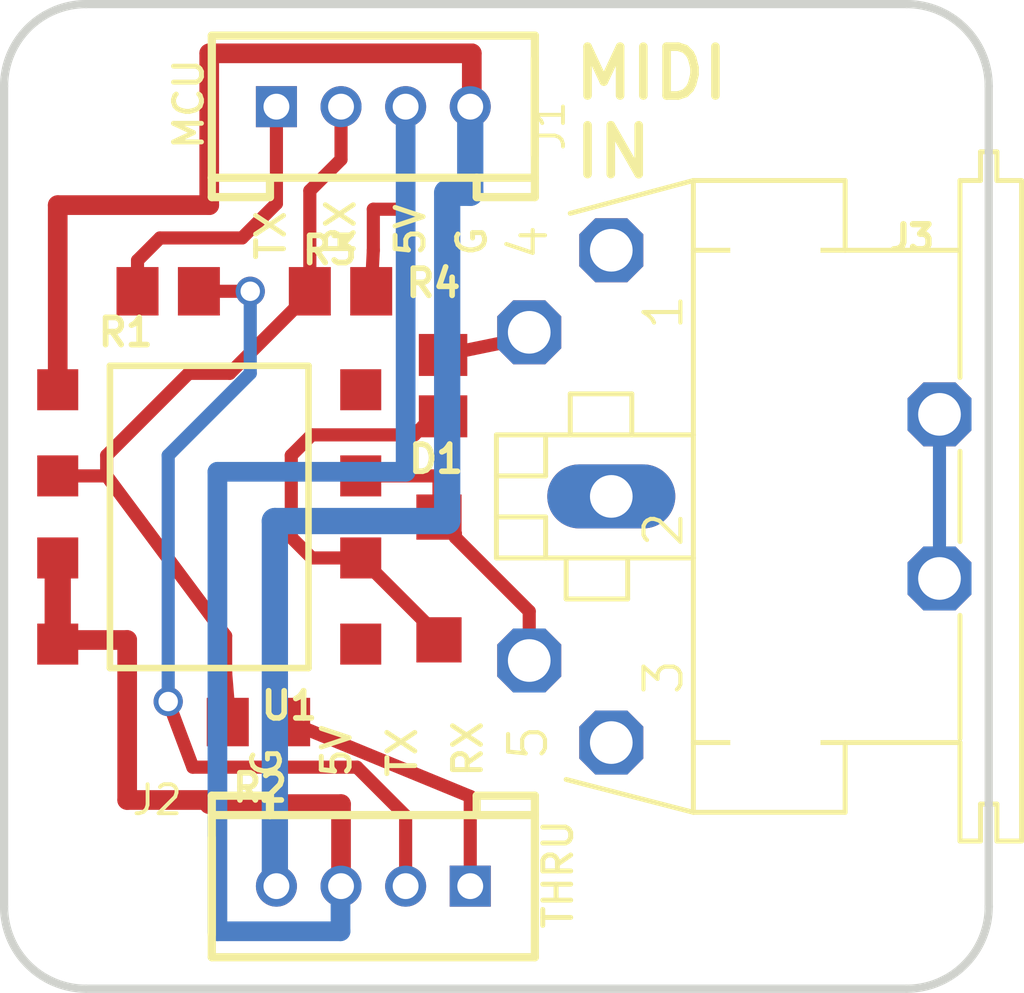
<source format=kicad_pcb>
(kicad_pcb (version 20211014) (generator pcbnew)
  (layers (0 "F.Cu" signal) (31 "B.Cu" signal) (34 "B.Paste" user) (35 "F.Paste" user) (36 "B.SilkS" user "B.Silkscreen") (37 "F.SilkS" user "F.Silkscreen") (38 "B.Mask" user) (39 "F.Mask" user) (44 "Edge.Cuts" user))
  (net 0 "")
  (net 1 "GND")
  (net 2 "+5V")
  (net 3 "N$3")
  (net 4 "RX")
  (net 5 "TX")
  (net 6 "N$5")
  (net 7 "N$13")
  (net 8 "N$4")
  (net 9 "N$7")
  (net 10 "PE")
  (footprint "" (layer "F.Cu") (at 135.8011 92.3036)
    (fp_text reference "@HOLE3" hide)
    (fp_text value "" (at 0 0) (layer "F.SilkS") (effects (font (size 1.27 1.27))))
    (pad "" np_thru_hole circle (at 0 0) (size 3.2 3.2) (drill 3.2) (layers *.Cu *.Mask))
  )
  (footprint "weaver_midiin:SO8-GW300" (layer "F.Cu") (at 139.6111 105.6386 180)
    (fp_text reference "U1" (at -1.524 -5.842) (layer "F.SilkS") (effects (font (size 0.84074 0.84074) (thickness 0.17526)) (justify left)))
    (fp_text value "6N137S")
    (fp_line (start -3.0734 -4.6784) (end -3.0734 4.6784) (layer "F.SilkS") (width 0.2032))
    (fp_line (start 3.0734 -4.6784) (end -3.0734 -4.6784) (layer "F.SilkS") (width 0.2032))
    (fp_line (start -3.0734 4.6784) (end 3.0734 4.6784) (layer "F.SilkS") (width 0.2032))
    (fp_line (start 3.0734 4.6784) (end 3.0734 -4.6784) (layer "F.SilkS") (width 0.2032))
    (pad "1" smd rect (at -4.69 -3.937 180) (size 1.27 1.27) (layers "F.Cu" "F.Paste" "F.Mask"))
    (pad "2" smd rect (at -4.69 -1.27 180) (size 1.27 1.27) (layers "F.Cu" "F.Paste" "F.Mask") (net 3 "N$3"))
    (pad "3" smd rect (at -4.69 1.27 180) (size 1.27 1.27) (layers "F.Cu" "F.Paste" "F.Mask") (net 9 "N$7"))
    (pad "4" smd rect (at -4.69 3.937 180) (size 1.27 1.27) (layers "F.Cu" "F.Paste" "F.Mask"))
    (pad "5" smd rect (at 4.69 3.937 180) (size 1.27 1.27) (layers "F.Cu" "F.Paste" "F.Mask") (net 1 "GND"))
    (pad "6" smd rect (at 4.69 1.27 180) (size 1.27 1.27) (layers "F.Cu" "F.Paste" "F.Mask") (net 5 "TX"))
    (pad "7" smd rect (at 4.69 -1.27 180) (size 1.27 1.27) (layers "F.Cu" "F.Paste" "F.Mask") (net 2 "+5V"))
    (pad "8" smd rect (at 4.69 -3.937 180) (size 1.27 1.27) (layers "F.Cu" "F.Paste" "F.Mask") (net 2 "+5V"))
  )
  (footprint "weaver_midiin:R0805" (layer "F.Cu") (at 141.1351 111.9886)
    (fp_text reference "R2" (at -0.889 2.032) (layer "F.SilkS") (effects (font (size 0.84074 0.84074) (thickness 0.17526)) (justify left)))
    (fp_text value "220R")
    (pad "1" smd rect (at -0.95 0) (size 1.3 1.5) (layers "F.Cu" "F.Paste" "F.Mask") (net 5 "TX"))
    (pad "2" smd rect (at 0.95 0) (size 1.3 1.5) (layers "F.Cu" "F.Paste" "F.Mask") (net 7 "N$13"))
  )
  (footprint "" (layer "F.Cu") (at 135.8011 117.7036)
    (fp_text reference "@HOLE0" hide)
    (fp_text value "" (at 0 0) (layer "F.SilkS") (effects (font (size 1.27 1.27))))
    (pad "" np_thru_hole circle (at 0 0) (size 3.2 3.2) (drill 3.2) (layers *.Cu *.Mask))
  )
  (footprint "weaver_midiin:HW4-2.0" (layer "F.Cu") (at 144.6911 117.0686 180)
    (fp_text reference "J2" (at 5.842 2.667) (layer "F.SilkS") (effects (font (size 0.897318 0.897318) (thickness 0.118682)) (justify right)))
    (fp_text value "4P-2.0")
    (fp_line (start -3.2 2.8) (end -3.2 2.2) (layer "F.SilkS") (width 0.254))
    (fp_line (start -5 -2.2) (end 5 -2.2) (layer "F.SilkS") (width 0.254))
    (fp_line (start 3.2 2.2) (end 5 2.2) (layer "F.SilkS") (width 0.254))
    (fp_line (start 5 2.2) (end 5 -2.2) (layer "F.SilkS") (width 0.254))
    (fp_line (start -5 2.8) (end -3.2 2.8) (layer "F.SilkS") (width 0.254))
    (fp_line (start 5 -1.5) (end 5 1.5) (layer "F.SilkS") (width 0.254))
    (fp_line (start -3.2 2.2) (end 3.2 2.2) (layer "F.SilkS") (width 0.254))
    (fp_line (start -5 -1) (end -5 1) (layer "F.SilkS") (width 0.127))
    (fp_line (start -5 2.2) (end -5 2.8) (layer "F.SilkS") (width 0.254))
    (fp_line (start 3.2 2.8) (end 5 2.8) (layer "F.SilkS") (width 0.254))
    (fp_line (start -5 -2.2) (end -5 2.2) (layer "F.SilkS") (width 0.254))
    (fp_line (start -5 2.2) (end -3.2 2.2) (layer "F.SilkS") (width 0.254))
    (fp_line (start 3.2 2.2) (end 3.2 2.8) (layer "F.SilkS") (width 0.254))
    (fp_line (start 5 2.8) (end 5 2.2) (layer "F.SilkS") (width 0.254))
    (pad "1" thru_hole rect (at -3 0 180) (size 1.27 1.27) (drill 0.8) (layers *.Cu *.Mask) (net 7 "N$13"))
    (pad "2" thru_hole circle (at -1 0 180) (size 1.27 1.27) (drill 0.8) (layers *.Cu *.Mask) (net 6 "N$5"))
    (pad "3" thru_hole circle (at 1 0 180) (size 1.27 1.27) (drill 0.8) (layers *.Cu *.Mask) (net 2 "+5V"))
    (pad "4" thru_hole circle (at 3 0 180) (size 1.27 1.27) (drill 0.8) (layers *.Cu *.Mask) (net 1 "GND"))
  )
  (footprint "weaver_midiin:R0805" (layer "F.Cu") (at 146.8501 101.5746 90)
    (fp_text reference "R4" (at 3.175 0.635) (layer "F.SilkS") (effects (font (size 0.84074 0.84074) (thickness 0.17526)) (justify right)))
    (fp_text value "220R")
    (pad "1" smd rect (at -0.95 0 90) (size 1.3 1.5) (layers "F.Cu" "F.Paste" "F.Mask") (net 3 "N$3"))
    (pad "2" smd rect (at 0.95 0 90) (size 1.3 1.5) (layers "F.Cu" "F.Paste" "F.Mask") (net 8 "N$4"))
  )
  (footprint "weaver_midiin:MAB5SH" (layer "F.Cu") (at 157.1371 105.0036 90)
    (fp_text reference "J3" (at 8.001 3.429) (layer "F.SilkS") (effects (font (size 0.77597 0.77597) (thickness 0.24003)) (justify left)))
    (fp_text value "MAB5SH")
    (fp_text user "2" (at -1.651 -2.794 90) (layer "F.SilkS") (effects (font (size 1.143 1.143) (thickness 0.127)) (justify left bottom)))
    (fp_text user "3" (at -6.223 -2.794 90) (layer "F.SilkS") (effects (font (size 1.143 1.143) (thickness 0.127)) (justify left bottom)))
    (fp_text user "5" (at -8.255 -6.985 90) (layer "F.SilkS") (effects (font (size 1.143 1.143) (thickness 0.127)) (justify left bottom)))
    (fp_text user "1" (at 5.08 -2.794 90) (layer "F.SilkS") (effects (font (size 1.143 1.143) (thickness 0.127)) (justify left bottom)))
    (fp_text user "4" (at 7.239 -6.985 90) (layer "F.SilkS") (effects (font (size 1.143 1.143) (thickness 0.127)) (justify left bottom)))
    (fp_line (start -1.905 -8.636) (end -1.905 -7.112) (layer "F.SilkS") (width 0.1524))
    (fp_line (start -1.905 -6.477) (end -1.905 -4.572) (layer "F.SilkS") (width 0.1524))
    (fp_line (start -0.635 -8.636) (end -0.635 -7.112) (layer "F.SilkS") (width 0.1524))
    (fp_line (start 10.668 6.858) (end 9.779 6.858) (layer "F.SilkS") (width 0.1524))
    (fp_line (start -9.525 6.858) (end -9.525 6.35) (layer "F.SilkS") (width 0.1524))
    (fp_line (start 1.905 -7.112) (end 0.635 -7.112) (layer "F.SilkS") (width 0.1524))
    (fp_line (start -7.62 5.715) (end -10.668 5.715) (layer "F.SilkS") (width 0.1524))
    (fp_line (start 3.175 -6.35) (end 3.175 -4.445) (layer "F.SilkS") (width 0.1524))
    (fp_line (start 9.779 -2.54) (end 7.62 -2.54) (layer "F.SilkS") (width 0.1524))
    (fp_line (start 8.763 -6.35) (end 9.779 -2.54) (layer "F.SilkS") (width 0.1524))
    (fp_line (start 0.635 -8.636) (end -0.635 -8.636) (layer "F.SilkS") (width 0.1524))
    (fp_line (start 9.779 5.715) (end 7.62 5.715) (layer "F.SilkS") (width 0.1524))
    (fp_line (start -7.62 2.159) (end -7.62 1.397) (layer "F.SilkS") (width 0.1524))
    (fp_line (start 7.62 -2.54) (end 1.905 -2.54) (layer "F.SilkS") (width 0.1524))
    (fp_line (start -1.905 -2.54) (end -7.62 -2.54) (layer "F.SilkS") (width 0.1524))
    (fp_line (start -10.668 7.62) (end 9.779 7.62) (layer "F.SilkS") (width 0.1524))
    (fp_line (start -1.905 -6.477) (end -3.175 -6.477) (layer "F.SilkS") (width 0.1524))
    (fp_line (start -1.905 -4.572) (end -3.175 -4.572) (layer "F.SilkS") (width 0.1524))
    (fp_line (start -1.397 5.715) (end 1.397 5.715) (layer "F.SilkS") (width 0.1524))
    (fp_line (start 1.905 -8.636) (end 0.635 -8.636) (layer "F.SilkS") (width 0.1524))
    (fp_line (start 9.779 7.62) (end 9.779 6.858) (layer "F.SilkS") (width 0.1524))
    (fp_line (start -1.905 -4.572) (end -1.905 -2.54) (layer "F.SilkS") (width 0.1524))
    (fp_line (start 1.905 -7.112) (end 1.905 -6.35) (layer "F.SilkS") (width 0.1524))
    (fp_line (start -8.763 -6.477) (end -9.779 -2.54) (layer "F.SilkS") (width 0.1524))
    (fp_line (start 9.779 5.715) (end 9.779 6.35) (layer "F.SilkS") (width 0.1524))
    (fp_line (start -10.668 6.35) (end -9.525 6.35) (layer "F.SilkS") (width 0.1524))
    (fp_line (start 1.905 -2.54) (end -1.905 -2.54) (layer "F.SilkS") (width 0.1524))
    (fp_line (start 0.635 -8.636) (end 0.635 -7.112) (layer "F.SilkS") (width 0.1524))
    (fp_line (start 9.779 2.159) (end 7.62 2.159) (layer "F.SilkS") (width 0.1524))
    (fp_line (start 10.668 6.858) (end 10.668 6.35) (layer "F.SilkS") (width 0.1524))
    (fp_line (start 3.175 -6.35) (end 1.905 -6.35) (layer "F.SilkS") (width 0.1524))
    (fp_line (start 1.905 -6.35) (end 1.905 -4.445) (layer "F.SilkS") (width 0.1524))
    (fp_line (start 7.62 -2.54) (end 7.62 -1.397) (layer "F.SilkS") (width 0.1524))
    (fp_line (start 7.62 5.715) (end 7.62 2.159) (layer "F.SilkS") (width 0.1524))
    (fp_line (start -1.905 -7.112) (end -1.905 -6.477) (layer "F.SilkS") (width 0.1524))
    (fp_line (start 1.905 -4.445) (end 3.175 -4.445) (layer "F.SilkS") (width 0.1524))
    (fp_line (start -7.62 -2.54) (end -9.779 -2.54) (layer "F.SilkS") (width 0.1524))
    (fp_line (start 7.62 2.159) (end 7.62 1.397) (layer "F.SilkS") (width 0.1524))
    (fp_line (start 10.668 6.35) (end 9.779 6.35) (layer "F.SilkS") (width 0.1524))
    (fp_line (start 1.905 -8.636) (end 1.905 -7.112) (layer "F.SilkS") (width 0.1524))
    (fp_line (start -1.905 -7.112) (end -0.635 -7.112) (layer "F.SilkS") (width 0.1524))
    (fp_line (start -9.779 2.159) (end -7.62 2.159) (layer "F.SilkS") (width 0.1524))
    (fp_line (start -0.635 -8.636) (end -1.905 -8.636) (layer "F.SilkS") (width 0.1524))
    (fp_line (start -10.668 6.35) (end -10.668 5.715) (layer "F.SilkS") (width 0.1524))
    (fp_line (start -7.493 5.715) (end -3.683 5.715) (layer "F.SilkS") (width 0.1524))
    (fp_line (start -9.525 6.858) (end -10.668 6.858) (layer "F.SilkS") (width 0.1524))
    (fp_line (start 1.905 -4.445) (end 1.905 -2.54) (layer "F.SilkS") (width 0.1524))
    (fp_line (start 9.779 2.159) (end 9.779 -2.54) (layer "F.SilkS") (width 0.1524))
    (fp_line (start -9.779 2.159) (end -9.779 -2.54) (layer "F.SilkS") (width 0.1524))
    (fp_line (start -3.175 -6.477) (end -3.175 -4.572) (layer "F.SilkS") (width 0.1524))
    (fp_line (start -10.668 7.62) (end -10.668 6.858) (layer "F.SilkS") (width 0.1524))
    (fp_line (start -7.62 5.715) (end -7.62 2.159) (layer "F.SilkS") (width 0.1524))
    (fp_line (start -7.62 -2.54) (end -7.62 -1.397) (layer "F.SilkS") (width 0.1524))
    (fp_line (start 3.683 5.715) (end 7.62 5.715) (layer "F.SilkS") (width 0.1524))
    (pad "" np_thru_hole circle (at 7.62 0 90) (size 2.794 2.794) (drill 2.794) (layers *.Cu *.Mask))
    (pad "" np_thru_hole circle (at -7.62 0 90) (size 2.794 2.794) (drill 2.794) (layers *.Cu *.Mask))
    (pad "1" thru_hole roundrect (at 7.62 -5.08 90) (size 1.9812 1.9812) (drill 1.3208) (layers *.Cu *.Mask) (chamfer_ratio 0.25) (chamfer top_left top_right bottom_left bottom_right))
    (pad "2" thru_hole oval (at 0 -5.08 180) (size 3.9624 1.9812) (drill 1.3208) (layers *.Cu *.Mask))
    (pad "3" thru_hole roundrect (at -7.62 -5.08 90) (size 1.9812 1.9812) (drill 1.3208) (layers *.Cu *.Mask) (chamfer_ratio 0.25) (chamfer top_left top_right bottom_left bottom_right))
    (pad "4" thru_hole roundrect (at 5.08 -7.62 90) (size 1.9812 1.9812) (drill 1.3208) (layers *.Cu *.Mask) (chamfer_ratio 0.25) (chamfer top_left top_right bottom_left bottom_right) (net 8 "N$4"))
    (pad "5" thru_hole roundrect (at -5.08 -7.62 90) (size 1.9812 1.9812) (drill 1.3208) (layers *.Cu *.Mask) (chamfer_ratio 0.25) (chamfer top_left top_right bottom_left bottom_right) (net 9 "N$7"))
    (pad "PE" thru_hole roundrect (at -2.54 5.08 90) (size 1.9812 1.9812) (drill 1.3208) (layers *.Cu *.Mask) (chamfer_ratio 0.25) (chamfer top_left top_right bottom_left bottom_right) (net 10 "PE"))
    (pad "PE@" thru_hole roundrect (at 2.54 5.08 90) (size 1.9812 1.9812) (drill 1.3208) (layers *.Cu *.Mask) (chamfer_ratio 0.25) (chamfer top_left top_right bottom_left bottom_right) (net 10 "PE"))
  )
  (footprint "weaver_midiin:SOD123" (layer "F.Cu") (at 146.7231 107.5436 90)
    (fp_text reference "D1" (at 3.699 0.846) (layer "F.SilkS") (effects (font (size 0.84074 0.84074) (thickness 0.17526)) (justify right)))
    (fp_text value "1N4148SOD-123")
    (pad "A" smd rect (at 1.9 0 90) (size 1.4 1.4) (layers "F.Cu" "F.Paste" "F.Mask") (net 9 "N$7"))
    (pad "C" smd rect (at -1.9 0 90) (size 1.4 1.4) (layers "F.Cu" "F.Paste" "F.Mask") (net 3 "N$3"))
  )
  (footprint "weaver_midiin:R0805" (layer "F.Cu") (at 138.3411 98.6536)
    (fp_text reference "R1" (at -0.381 1.27) (layer "F.SilkS") (effects (font (size 0.84074 0.84074) (thickness 0.17526)) (justify right)))
    (fp_text value "220R")
    (pad "1" smd rect (at -0.95 0) (size 1.3 1.5) (layers "F.Cu" "F.Paste" "F.Mask") (net 4 "RX"))
    (pad "2" smd rect (at 0.95 0) (size 1.3 1.5) (layers "F.Cu" "F.Paste" "F.Mask") (net 6 "N$5"))
  )
  (footprint "" (layer "F.Cu") (at 161.2011 117.7036)
    (fp_text reference "@HOLE1" hide)
    (fp_text value "" (at 0 0) (layer "F.SilkS") (effects (font (size 1.27 1.27))))
    (pad "" np_thru_hole circle (at 0 0) (size 3.2 3.2) (drill 3.2) (layers *.Cu *.Mask))
  )
  (footprint "weaver_midiin:R0805" (layer "F.Cu") (at 143.6751 98.6536)
    (fp_text reference "R3" (at -1.27 -1.27) (layer "F.SilkS") (effects (font (size 0.84074 0.84074) (thickness 0.17526)) (justify left)))
    (fp_text value "470R")
    (pad "1" smd rect (at -0.95 0) (size 1.3 1.5) (layers "F.Cu" "F.Paste" "F.Mask") (net 5 "TX"))
    (pad "2" smd rect (at 0.95 0) (size 1.3 1.5) (layers "F.Cu" "F.Paste" "F.Mask") (net 2 "+5V"))
  )
  (footprint "" (layer "F.Cu") (at 161.2011 92.3036)
    (fp_text reference "@HOLE2" hide)
    (fp_text value "" (at 0 0) (layer "F.SilkS") (effects (font (size 1.27 1.27))))
    (pad "" np_thru_hole circle (at 0 0) (size 3.2 3.2) (drill 3.2) (layers *.Cu *.Mask))
  )
  (footprint "weaver_midiin:HW4-2.0" (layer "F.Cu") (at 144.6911 92.9386)
    (fp_text reference "J1" (at 5.461 -0.254 90) (layer "F.SilkS") (effects (font (size 0.897318 0.897318) (thickness 0.118682)) (justify right)))
    (fp_text value "4P-2.0")
    (fp_line (start -5 2.8) (end -3.2 2.8) (layer "F.SilkS") (width 0.254))
    (fp_line (start -5 -2.2) (end 5 -2.2) (layer "F.SilkS") (width 0.254))
    (fp_line (start 5 -1.5) (end 5 1.5) (layer "F.SilkS") (width 0.254))
    (fp_line (start -3.2 2.2) (end 3.2 2.2) (layer "F.SilkS") (width 0.254))
    (fp_line (start -5 2.2) (end -5 2.8) (layer "F.SilkS") (width 0.254))
    (fp_line (start 3.2 2.2) (end 3.2 2.8) (layer "F.SilkS") (width 0.254))
    (fp_line (start -5 2.2) (end -3.2 2.2) (layer "F.SilkS") (width 0.254))
    (fp_line (start 3.2 2.2) (end 5 2.2) (layer "F.SilkS") (width 0.254))
    (fp_line (start 5 2.2) (end 5 -2.2) (layer "F.SilkS") (width 0.254))
    (fp_line (start 5 2.8) (end 5 2.2) (layer "F.SilkS") (width 0.254))
    (fp_line (start -5 -2.2) (end -5 2.2) (layer "F.SilkS") (width 0.254))
    (fp_line (start -5 -1) (end -5 1) (layer "F.SilkS") (width 0.127))
    (fp_line (start 3.2 2.8) (end 5 2.8) (layer "F.SilkS") (width 0.254))
    (fp_line (start -3.2 2.8) (end -3.2 2.2) (layer "F.SilkS") (width 0.254))
    (pad "1" thru_hole rect (at -3 0) (size 1.27 1.27) (drill 0.8) (layers *.Cu *.Mask) (net 4 "RX"))
    (pad "2" thru_hole circle (at -1 0) (size 1.27 1.27) (drill 0.8) (layers *.Cu *.Mask) (net 5 "TX"))
    (pad "3" thru_hole circle (at 1 0) (size 1.27 1.27) (drill 0.8) (layers *.Cu *.Mask) (net 2 "+5V"))
    (pad "4" thru_hole circle (at 3 0) (size 1.27 1.27) (drill 0.8) (layers *.Cu *.Mask) (net 1 "GND"))
  )
  (gr_line (start 133.2611 117.7036) (end 133.2611 92.3036) (layer "Edge.Cuts") (width 0.254))
  (gr_arc (start 163.7411 117.7036) (mid 162.997151 119.499651) (end 161.2011 120.2436) (layer "Edge.Cuts") (width 0.254))
  (gr_line (start 135.8011 89.7636) (end 161.2011 89.7636) (layer "Edge.Cuts") (width 0.254))
  (gr_line (start 163.7411 117.7036) (end 163.7411 92.3036) (layer "Edge.Cuts") (width 0.254))
  (gr_arc (start 135.8011 120.2436) (mid 134.005049 119.499651) (end 133.2611 117.7036) (layer "Edge.Cuts") (width 0.254))
  (gr_arc (start 161.2011 89.7636) (mid 162.997151 90.507549) (end 163.7411 92.3036) (layer "Edge.Cuts") (width 0.254))
  (gr_line (start 135.8011 120.2436) (end 161.2011 120.2436) (layer "Edge.Cuts") (width 0.254))
  (gr_arc (start 133.2611 92.3036) (mid 134.005049 90.507549) (end 135.8011 89.7636) (layer "Edge.Cuts") (width 0.254))
  (gr_text "5V" (at 146.3421 97.6376 90) (layer "F.SilkS") (effects (font (size 0.8636 0.8636) (thickness 0.1524)) (justify left bottom)))
  (gr_text "5V" (at 144.0561 113.7666 90) (layer "F.SilkS") (effects (font (size 0.8636 0.8636) (thickness 0.1524)) (justify left bottom)))
  (gr_text "MIDI\nIN" (at 150.7871 95.2246) (layer "F.SilkS") (effects (font (size 1.5113 1.5113) (thickness 0.2667)) (justify left bottom)))
  (gr_text "TX" (at 146.0881 113.7666 90) (layer "F.SilkS") (effects (font (size 0.8636 0.8636) (thickness 0.1524)) (justify left bottom)))
  (gr_text "THRU" (at 150.9141 118.4656 90) (layer "F.SilkS") (effects (font (size 0.8636 0.8636) (thickness 0.1524)) (justify left bottom)))
  (gr_text "MCU" (at 139.4841 94.3356 90) (layer "F.SilkS") (effects (font (size 0.8636 0.8636) (thickness 0.1524)) (justify left bottom)))
  (gr_text "RX" (at 144.1831 97.6376 90) (layer "F.SilkS") (effects (font (size 0.8636 0.8636) (thickness 0.1524)) (justify left bottom)))
  (gr_text "TX" (at 142.0241 97.7646 90) (layer "F.SilkS") (effects (font (size 0.8636 0.8636) (thickness 0.1524)) (justify left bottom)))
  (gr_text "G" (at 148.2471 97.6376 90) (layer "F.SilkS") (effects (font (size 0.8636 0.8636) (thickness 0.1524)) (justify left bottom)))
  (gr_text "G" (at 141.8971 113.7666 90) (layer "F.SilkS") (effects (font (size 0.8636 0.8636) (thickness 0.1524)) (justify left bottom)))
  (gr_text "RX" (at 148.1201 113.7666 90) (layer "F.SilkS") (effects (font (size 0.8636 0.8636) (thickness 0.1524)) (justify left bottom)))
  (segment (start 134.9211 95.9866) (end 134.9211 101.7016) (width 0.6096) (layer "F.Cu") (net 1))
  (segment (start 147.7391 92.9386) (end 147.7391 91.2876) (width 0.6096) (layer "F.Cu") (net 1))
  (segment (start 147.6911 92.9386) (end 147.7391 92.9386) (width 0.6096) (layer "F.Cu") (net 1))
  (segment (start 139.6111 91.2876) (end 139.6111 95.9866) (width 0.6096) (layer "F.Cu") (net 1))
  (segment (start 147.7391 91.2876) (end 139.6111 91.2876) (width 0.6096) (layer "F.Cu") (net 1))
  (segment (start 139.6111 95.9866) (end 134.9211 95.9866) (width 0.6096) (layer "F.Cu") (net 1))
  (segment (start 147.6911 95.6056) (end 147.6911 92.9386) (width 0.8128) (layer "B.Cu") (net 1))
  (segment (start 146.9771 105.7656) (end 146.9771 95.6056) (width 0.8128) (layer "B.Cu") (net 1))
  (segment (start 141.6431 105.7656) (end 146.9771 105.7656) (width 0.8128) (layer "B.Cu") (net 1))
  (segment (start 141.6431 117.0686) (end 141.6431 105.7656) (width 0.8128) (layer "B.Cu") (net 1))
  (segment (start 146.9771 95.6056) (end 147.6911 95.6056) (width 0.8128) (layer "B.Cu") (net 1))
  (segment (start 141.6911 117.0686) (end 141.5161 117.0686) (width 0.4064) (layer "B.Cu") (net 1))
  (segment (start 141.5161 117.0686) (end 141.6431 117.0686) (width 0.8128) (layer "B.Cu") (net 1))
  (segment (start 145.6911 96.1136) (end 145.6911 92.9386) (width 0.4064) (layer "F.Cu") (net 2))
  (segment (start 135.1661 109.4486) (end 137.0711 109.4486) (width 0.6096) (layer "F.Cu") (net 2))
  (segment (start 144.6251 98.6536) (end 144.6911 97.3836) (width 0.4064) (layer "F.Cu") (net 2))
  (segment (start 144.6911 96.1136) (end 145.6911 96.1136) (width 0.4064) (layer "F.Cu") (net 2))
  (segment (start 139.6111 114.5286) (end 143.6911 114.5286) (width 0.6096) (layer "F.Cu") (net 2))
  (segment (start 139.6111 114.4016) (end 139.6111 114.5286) (width 0.6096) (layer "F.Cu") (net 2))
  (segment (start 134.9211 109.5756) (end 134.9211 106.9086) (width 0.8128) (layer "F.Cu") (net 2))
  (segment (start 137.0711 114.4016) (end 137.0711 109.4486) (width 0.6096) (layer "F.Cu") (net 2))
  (segment (start 143.6911 114.5286) (end 143.6911 117.0686) (width 0.6096) (layer "F.Cu") (net 2))
  (segment (start 134.9211 109.5756) (end 135.1661 109.5756) (width 0.6096) (layer "F.Cu") (net 2))
  (segment (start 139.6111 114.4016) (end 137.0711 114.4016) (width 0.6096) (layer "F.Cu") (net 2))
  (segment (start 135.1661 109.5756) (end 135.1661 109.4486) (width 0.6096) (layer "F.Cu") (net 2))
  (segment (start 144.6911 97.3836) (end 144.6911 96.1136) (width 0.4064) (layer "F.Cu") (net 2))
  (segment (start 134.9211 109.8296) (end 134.9211 109.5756) (width 0.6096) (layer "F.Cu") (net 2))
  (segment (start 139.8651 104.2416) (end 145.6911 104.2416) (width 0.6096) (layer "B.Cu") (net 2))
  (segment (start 143.6751 118.4656) (end 139.8651 118.4656) (width 0.6096) (layer "B.Cu") (net 2))
  (segment (start 139.8651 118.4656) (end 139.8651 104.2416) (width 0.6096) (layer "B.Cu") (net 2))
  (segment (start 145.6911 104.2416) (end 145.6911 92.9386) (width 0.6096) (layer "B.Cu") (net 2))
  (segment (start 143.6751 117.0686) (end 143.6751 118.4656) (width 0.6096) (layer "B.Cu") (net 2))
  (segment (start 143.6911 117.0686) (end 143.6751 117.0686) (width 0.6096) (layer "B.Cu") (net 2))
  (segment (start 142.7861 103.0986) (end 142.1511 103.7336) (width 0.4064) (layer "F.Cu") (net 3))
  (segment (start 146.8501 102.5246) (end 146.8501 102.2096) (width 0.4064) (layer "F.Cu") (net 3))
  (segment (start 146.7231 109.4436) (end 146.7231 109.3306) (width 0.4064) (layer "F.Cu") (net 3))
  (segment (start 146.8501 102.2096) (end 145.9611 103.0986) (width 0.4064) (layer "F.Cu") (net 3))
  (segment (start 142.1511 106.2736) (end 142.7861 106.9086) (width 0.4064) (layer "F.Cu") (net 3))
  (segment (start 146.7231 109.3306) (end 144.3011 106.9086) (width 0.4064) (layer "F.Cu") (net 3))
  (segment (start 142.7861 106.9086) (end 144.3011 106.9086) (width 0.4064) (layer "F.Cu") (net 3))
  (segment (start 145.9611 103.0986) (end 142.7861 103.0986) (width 0.4064) (layer "F.Cu") (net 3))
  (segment (start 142.1511 103.7336) (end 142.1511 106.2736) (width 0.4064) (layer "F.Cu") (net 3))
  (segment (start 138.0871 97.0026) (end 137.3911 97.6986) (width 0.4064) (layer "F.Cu") (net 4))
  (segment (start 141.6911 92.9386) (end 141.6911 95.9386) (width 0.4064) (layer "F.Cu") (net 4))
  (segment (start 141.6911 95.9386) (end 140.6271 97.0026) (width 0.4064) (layer "F.Cu") (net 4))
  (segment (start 137.3911 98.6536) (end 137.3911 97.6986) (width 0.4064) (layer "F.Cu") (net 4))
  (segment (start 140.6271 97.0026) (end 138.0871 97.0026) (width 0.4064) (layer "F.Cu") (net 4))
  (segment (start 140.1191 109.3216) (end 136.4361 104.3686) (width 0.4064) (layer "F.Cu") (net 5))
  (segment (start 142.7251 98.6536) (end 142.7251 98.7146) (width 0.4064) (layer "F.Cu") (net 5))
  (segment (start 140.1191 110.4646) (end 140.1191 109.3216) (width 0.4064) (layer "F.Cu") (net 5))
  (segment (start 136.4361 104.3686) (end 136.4361 103.7336) (width 0.4064) (layer "F.Cu") (net 5))
  (segment (start 143.6911 92.9386) (end 143.6911 94.5736) (width 0.4064) (layer "F.Cu") (net 5))
  (segment (start 140.2461 111.9886) (end 140.1191 110.4646) (width 0.4064) (layer "F.Cu") (net 5))
  (segment (start 140.2461 101.1936) (end 138.9761 101.1936) (width 0.4064) (layer "F.Cu") (net 5))
  (segment (start 142.7251 95.5396) (end 143.6911 94.5736) (width 0.4064) (layer "F.Cu") (net 5))
  (segment (start 142.7251 98.7146) (end 140.2461 101.1936) (width 0.4064) (layer "F.Cu") (net 5))
  (segment (start 138.9761 101.1936) (end 136.4361 103.7336) (width 0.4064) (layer "F.Cu") (net 5))
  (segment (start 134.9211 104.3686) (end 136.4361 104.3686) (width 0.4064) (layer "F.Cu") (net 5))
  (segment (start 140.1851 111.9886) (end 140.2461 111.9886) (width 0.4064) (layer "F.Cu") (net 5))
  (segment (start 142.7251 98.6536) (end 142.7251 95.5396) (width 0.4064) (layer "F.Cu") (net 5))
  (segment (start 139.2911 98.6536) (end 140.8811 98.6536) (width 0.4064) (layer "F.Cu") (net 6))
  (segment (start 144.1831 113.3856) (end 139.1031 113.3856) (width 0.4064) (layer "F.Cu") (net 6))
  (segment (start 139.1031 113.3856) (end 138.3411 111.3536) (width 0.4064) (layer "F.Cu") (net 6))
  (segment (start 145.6911 114.8936) (end 144.1831 113.3856) (width 0.4064) (layer "F.Cu") (net 6))
  (segment (start 145.6911 117.0686) (end 145.6911 114.8936) (width 0.4064) (layer "F.Cu") (net 6))
  (via (at 140.8811 98.6536) (size 0.9048) (drill 0.6) (layers "F.Cu" "B.Cu") (net 6))
  (via (at 138.3411 111.3536) (size 0.9048) (drill 0.6) (layers "F.Cu" "B.Cu") (net 6))
  (segment (start 140.8811 98.6536) (end 140.8811 101.1936) (width 0.4064) (layer "B.Cu") (net 6))
  (segment (start 140.8811 101.1936) (end 138.3411 103.7336) (width 0.4064) (layer "B.Cu") (net 6))
  (segment (start 138.3411 103.7336) (end 138.3411 111.3536) (width 0.4064) (layer "B.Cu") (net 6))
  (segment (start 147.6911 114.2926) (end 142.0851 111.9886) (width 0.4064) (layer "F.Cu") (net 7))
  (segment (start 147.6911 117.0686) (end 147.6911 114.2926) (width 0.4064) (layer "F.Cu") (net 7))
  (segment (start 146.8501 100.6246) (end 149.3241 100.1166) (width 0.4064) (layer "F.Cu") (net 8))
  (segment (start 149.3241 100.1166) (end 149.5171 99.9236) (width 0.4064) (layer "F.Cu") (net 8))
  (segment (start 147.2311 106.1516) (end 146.7231 105.6436) (width 0.4064) (layer "F.Cu") (net 9))
  (segment (start 149.5171 108.5596) (end 147.2311 106.2736) (width 0.4064) (layer "F.Cu") (net 9))
  (segment (start 147.2311 106.2736) (end 147.2311 106.1516) (width 0.4064) (layer "F.Cu") (net 9))
  (segment (start 146.7231 105.6436) (end 146.7231 104.3686) (width 0.4064) (layer "F.Cu") (net 9))
  (segment (start 149.5171 110.0836) (end 149.5171 108.5596) (width 0.4064) (layer "F.Cu") (net 9))
  (segment (start 146.7231 104.3686) (end 144.3011 104.3686) (width 0.4064) (layer "F.Cu") (net 9))
  (segment (start 162.2171 102.4636) (end 162.2171 107.5436) (width 0.4064) (layer "B.Cu") (net 10))
)
</source>
